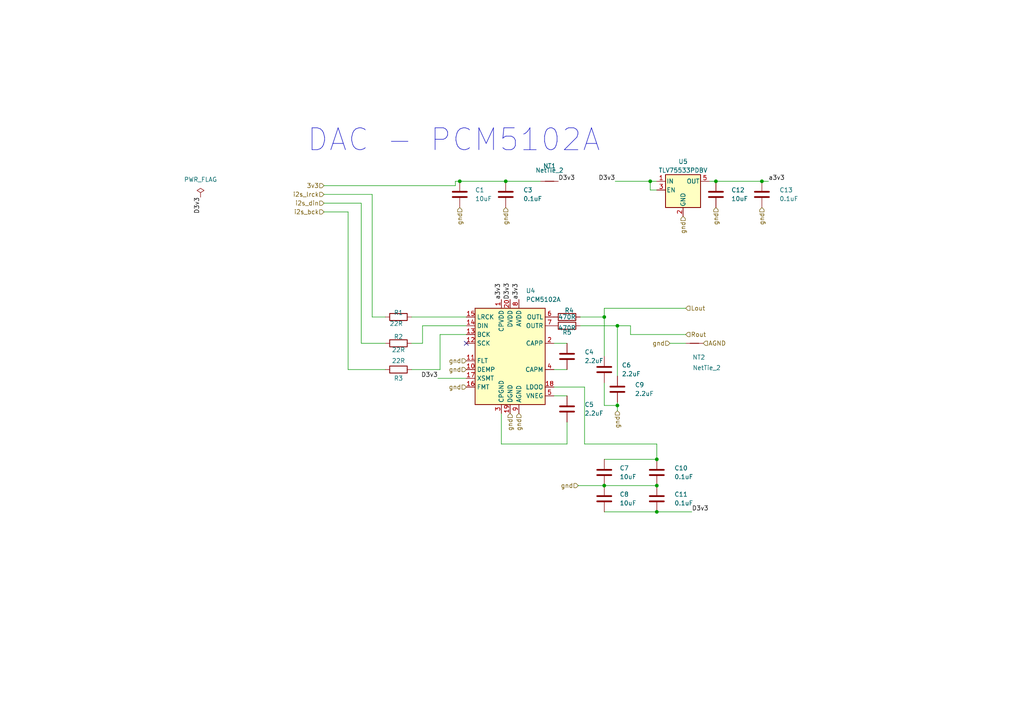
<source format=kicad_sch>
(kicad_sch (version 20211123) (generator eeschema)
  (paper "A4")
  (lib_symbols
    (symbol "Device:C" (pin_numbers hide) (pin_names (offset 0.254))
      (property "Reference" "C" (at 0.635 2.54 0))
      (property "Value" "C" (at 0.635 -2.54 0))
      (symbol "C_0_1"
        (polyline (pts (xy -2.032 -0.762) (xy 2.032 -0.762)) (stroke (width 0.508)))
        (polyline (pts (xy -2.032 0.762) (xy 2.032 0.762)) (stroke (width 0.508)))
      )
      (symbol "C_1_1"
        (pin passive line (at 0 3.81 270) (length 2.794) (name "~") (number "1"))
        (pin passive line (at 0 -3.81 90) (length 2.794) (name "~") (number "2"))
      )
    )
    (symbol "Device:NetTie_2" (pin_numbers hide) (pin_names (offset 0) hide)
      (property "Reference" "NT" (at 0 1.27 0))
      (property "Value" "NetTie_2" (at 0 -1.27 0))
      (symbol "NetTie_2_0_1"
        (polyline (pts (xy -1.27 0) (xy 1.27 0)) (stroke (width 0.254)))
      )
      (symbol "NetTie_2_1_1"
        (pin passive line (at -2.54 0 0) (length 2.54) (name "1") (number "1"))
        (pin passive line (at 2.54 0 180) (length 2.54) (name "2") (number "2"))
      )
    )
    (symbol "Device:R" (pin_numbers hide) (pin_names (offset 0))
      (property "Reference" "R" (at 2.032 0 90))
      (property "Value" "R" (at 0 0 90))
      (symbol "R_0_1"
        (rectangle (start -1.016 -2.54) (end 1.016 2.54) (stroke (width 0.254)))
      )
      (symbol "R_1_1"
        (pin passive line (at 0 3.81 270) (length 1.27) (name "~") (number "1"))
        (pin passive line (at 0 -3.81 90) (length 1.27) (name "~") (number "2"))
      )
    )
    (symbol "Regulator_Linear:TLV75533PDBV" (pin_names (offset 0.254))
      (property "Reference" "U" (at -3.81 5.715 0))
      (property "Value" "TLV75533PDBV" (at 0 5.715 0))
      (symbol "TLV75533PDBV_0_1"
        (rectangle (start -5.08 4.445) (end 5.08 -5.08) (stroke (width 0.254)) (fill (type background)))
      )
      (symbol "TLV75533PDBV_1_1"
        (pin power_in line (at -7.62 2.54 0) (length 2.54) (name "IN") (number "1"))
        (pin power_in line (at 0 -7.62 90) (length 2.54) (name "GND") (number "2"))
        (pin input line (at -7.62 0 0) (length 2.54) (name "EN") (number "3"))
        (pin no_connect line (at 5.08 0 180) (length 2.54) hide (name "NC") (number "4"))
        (pin power_out line (at 7.62 2.54 180) (length 2.54) (name "OUT") (number "5"))
      )
    )
    (symbol "clarinoid2:PCM5102"
      (property "Reference" "U" (at -10.16 13.97 0))
      (property "Value" "PCM5102" (at 3.81 13.97 0))
      (symbol "PCM5102_0_1"
        (rectangle (start -10.16 12.7) (end 10.16 -15.24) (stroke (width 0.254)) (fill (type background)))
      )
      (symbol "PCM5102_1_1"
        (pin passive line (at -2.54 15.24 270) (length 2.54) (name "CPVDD") (number "1"))
        (pin input line (at -12.7 -5.08 0) (length 2.54) (name "DEMP") (number "10"))
        (pin input line (at -12.7 -2.54 0) (length 2.54) (name "FLT") (number "11"))
        (pin input line (at -12.7 2.54 0) (length 2.54) (name "SCK") (number "12"))
        (pin input line (at -12.7 5.08 0) (length 2.54) (name "BCK") (number "13"))
        (pin input line (at -12.7 7.62 0) (length 2.54) (name "DIN") (number "14"))
        (pin input line (at -12.7 10.16 0) (length 2.54) (name "LRCK") (number "15"))
        (pin input line (at -12.7 -10.16 0) (length 2.54) (name "FMT") (number "16"))
        (pin input line (at -12.7 -7.62 0) (length 2.54) (name "XSMT") (number "17"))
        (pin passive line (at 12.7 -10.16 180) (length 2.54) (name "LDOO") (number "18"))
        (pin power_in line (at 0 -17.78 90) (length 2.54) (name "DGND") (number "19"))
        (pin passive line (at 12.7 2.54 180) (length 2.54) (name "CAPP") (number "2"))
        (pin power_in line (at 0 15.24 270) (length 2.54) (name "DVDD") (number "20"))
        (pin passive line (at -2.54 -17.78 90) (length 2.54) (name "CPGND") (number "3"))
        (pin passive line (at 12.7 -5.08 180) (length 2.54) (name "CAPM") (number "4"))
        (pin power_out line (at 12.7 -12.7 180) (length 2.54) (name "VNEG") (number "5"))
        (pin output line (at 12.7 10.16 180) (length 2.54) (name "OUTL") (number "6"))
        (pin output line (at 12.7 7.62 180) (length 2.54) (name "OUTR") (number "7"))
        (pin power_in line (at 2.54 15.24 270) (length 2.54) (name "AVDD") (number "8"))
        (pin power_in line (at 2.54 -17.78 90) (length 2.54) (name "AGND") (number "9"))
      )
    )
    (symbol "power:PWR_FLAG" (power) (pin_numbers hide) (pin_names (offset 0) hide)
      (property "Value" "PWR_FLAG" (at 0 3.81 0))
      (symbol "PWR_FLAG_0_0"
        (pin power_out line (at 0 0 90) (length 0) (name "pwr") (number "1"))
      )
      (symbol "PWR_FLAG_0_1"
        (polyline (pts (xy 0 0) (xy 0 1.27) (xy -1.016 1.905) (xy 0 2.54) (xy 1.016 1.905) (xy 0 1.27)))
      )
    )
  )
  (junction (at 146.685 52.578))
  (junction (at 175.26 140.843))
  (junction (at 133.35 52.578))
  (junction (at 188.595 52.578))
  (junction (at 220.98 52.578))
  (junction (at 190.5 133.223))
  (junction (at 179.07 117.602))
  (junction (at 179.07 94.488))
  (junction (at 175.26 91.948))
  (junction (at 190.5 148.463))
  (junction (at 207.645 52.578))
  (junction (at 190.5 140.843))
  (no_connect (at 135.255 99.568))
  (wire (pts (xy 220.98 52.578) (xy 207.645 52.578)))
  (wire (pts (xy 175.26 91.948) (xy 175.26 89.408)))
  (wire (pts (xy 160.655 107.188) (xy 164.465 107.188)))
  (wire (pts (xy 175.26 140.843) (xy 167.64 140.843)))
  (wire (pts (xy 127 109.728) (xy 135.255 109.728)))
  (wire (pts (xy 145.415 119.888) (xy 145.415 128.778)))
  (wire (pts (xy 179.07 94.488) (xy 182.88 94.488)))
  (wire (pts (xy 188.595 52.578) (xy 190.5 52.578)))
  (wire (pts (xy 168.275 91.948) (xy 175.26 91.948)))
  (wire (pts (xy 133.35 52.578) (xy 132.08 52.578)))
  (wire (pts (xy 175.26 110.998) (xy 175.26 117.602)))
  (wire (pts (xy 190.5 55.118) (xy 188.595 55.118)))
  (wire (pts (xy 179.07 94.488) (xy 179.07 109.093)))
  (wire (pts (xy 160.655 99.568) (xy 164.465 99.568)))
  (wire (pts (xy 100.965 107.188) (xy 111.76 107.188)))
  (wire (pts (xy 179.07 119.126) (xy 179.07 117.602)))
  (wire (pts (xy 169.545 112.268) (xy 169.545 128.778)))
  (wire (pts (xy 160.655 114.808) (xy 164.465 114.808)))
  (wire (pts (xy 175.26 117.602) (xy 179.07 117.602)))
  (wire (pts (xy 182.88 97.028) (xy 198.882 97.028)))
  (wire (pts (xy 127.635 97.028) (xy 127.635 107.188)))
  (wire (pts (xy 127.635 107.188) (xy 119.38 107.188)))
  (wire (pts (xy 100.965 61.468) (xy 100.965 107.188)))
  (wire (pts (xy 146.685 52.578) (xy 133.35 52.578)))
  (wire (pts (xy 179.07 117.602) (xy 179.07 116.713)))
  (wire (pts (xy 190.5 140.843) (xy 175.26 140.843)))
  (wire (pts (xy 175.26 89.408) (xy 198.882 89.408)))
  (wire (pts (xy 132.08 53.848) (xy 132.08 52.578)))
  (wire (pts (xy 122.555 99.568) (xy 122.555 94.488)))
  (wire (pts (xy 93.98 53.848) (xy 132.08 53.848)))
  (wire (pts (xy 169.545 128.778) (xy 190.5 128.778)))
  (wire (pts (xy 93.98 61.468) (xy 100.965 61.468)))
  (wire (pts (xy 104.775 99.568) (xy 111.76 99.568)))
  (wire (pts (xy 119.38 99.568) (xy 122.555 99.568)))
  (wire (pts (xy 160.655 112.268) (xy 169.545 112.268)))
  (wire (pts (xy 222.885 52.578) (xy 220.98 52.578)))
  (wire (pts (xy 194.31 99.568) (xy 198.882 99.568)))
  (wire (pts (xy 104.775 58.928) (xy 104.775 99.568)))
  (wire (pts (xy 145.415 128.778) (xy 164.465 128.778)))
  (wire (pts (xy 175.26 148.463) (xy 190.5 148.463)))
  (wire (pts (xy 175.26 91.948) (xy 175.26 103.378)))
  (wire (pts (xy 190.5 148.463) (xy 200.66 148.463)))
  (wire (pts (xy 122.555 94.488) (xy 135.255 94.488)))
  (wire (pts (xy 207.645 52.578) (xy 205.74 52.578)))
  (wire (pts (xy 156.845 52.578) (xy 146.685 52.578)))
  (wire (pts (xy 190.5 128.778) (xy 190.5 133.223)))
  (wire (pts (xy 188.595 55.118) (xy 188.595 52.578)))
  (wire (pts (xy 164.465 128.778) (xy 164.465 122.428)))
  (wire (pts (xy 93.98 58.928) (xy 104.775 58.928)))
  (wire (pts (xy 175.26 133.223) (xy 190.5 133.223)))
  (wire (pts (xy 182.88 94.488) (xy 182.88 97.028)))
  (wire (pts (xy 127.635 97.028) (xy 135.255 97.028)))
  (wire (pts (xy 107.95 91.948) (xy 111.76 91.948)))
  (wire (pts (xy 119.38 91.948) (xy 135.255 91.948)))
  (wire (pts (xy 93.98 56.388) (xy 107.95 56.388)))
  (wire (pts (xy 178.435 52.578) (xy 188.595 52.578)))
  (wire (pts (xy 107.95 56.388) (xy 107.95 91.948)))
  (wire (pts (xy 168.275 94.488) (xy 179.07 94.488)))
  (text "DAC - PCM5102A" (at 88.9 44.45 0) (effects (font (size 6.35 6.35)) (justify left bottom)))
  (label "D3v3" (at 58.166 57.15 270))
  (label "D3v3" (at 127 109.728 180))
  (label "D3v3" (at 161.925 52.578 0))
  (label "a3v3" (at 150.495 86.868 90))
  (label "D3v3" (at 200.66 148.463 0))
  (label "D3v3" (at 178.435 52.578 180))
  (label "a3v3" (at 145.415 86.868 90))
  (label "a3v3" (at 222.885 52.578 0))
  (label "D3v3" (at 147.955 86.868 90))
  (hierarchical_label "gnd" (shape input) (at 194.31 99.568 180))
  (hierarchical_label "Lout" (shape input) (at 198.882 89.408 0))
  (hierarchical_label "gnd" (shape input) (at 135.255 107.188 180))
  (hierarchical_label "gnd" (shape input) (at 135.255 104.648 180))
  (hierarchical_label "gnd" (shape input) (at 220.98 60.198 270))
  (hierarchical_label "gnd" (shape input) (at 167.7329 140.843 180))
  (hierarchical_label "AGND" (shape input) (at 203.962 99.568 0))
  (hierarchical_label "i2s_lrck" (shape input) (at 93.98 56.388 180))
  (hierarchical_label "gnd" (shape input) (at 207.645 60.198 270))
  (hierarchical_label "gnd" (shape input) (at 150.495 119.888 270))
  (hierarchical_label "gnd" (shape input) (at 198.12 62.738 270))
  (hierarchical_label "i2s_bck" (shape input) (at 93.98 61.468 180))
  (hierarchical_label "gnd" (shape input) (at 133.35 60.198 270))
  (hierarchical_label "gnd" (shape input) (at 179.07 119.126 270))
  (hierarchical_label "gnd" (shape input) (at 147.955 119.888 270))
  (hierarchical_label "3v3" (shape input) (at 93.98 53.848 180))
  (hierarchical_label "gnd" (shape input) (at 146.685 60.198 270))
  (hierarchical_label "gnd" (shape input) (at 135.255 112.268 180))
  (hierarchical_label "i2s_din" (shape input) (at 93.98 58.928 180))
  (hierarchical_label "Rout" (shape input) (at 198.882 97.028 0))
  (symbol (lib_id "Device:R") (at 164.465 94.488 90) (unit 1)
    (property "Reference" "R5" (at 164.465 96.393 90))
    (property "Value" "470R" (at 164.465 95.123 90))
    (property "Footprint" "Resistor_SMD:R_0402_1005Metric" (effects hide))
    (property "LCSC part number" "C25117" (effects hide))
    (property "verif" "1" (effects hide))
  )
  (symbol (lib_id "Device:NetTie_2") (at 201.422 99.568 180) (unit 1)
    (property "Reference" "NT2" (at 202.692 103.632 0))
    (property "Value" "NetTie_2" (at 204.978 106.68 0))
    (property "Footprint" "NetTie:NetTie-2_SMD_Pad0.5mm" (effects hide))
  )
  (symbol (lib_id "Device:C") (at 164.465 103.378 0) (unit 1)
    (property "Reference" "C4" (at 169.545 102.1079 0) (effects (justify left)))
    (property "Value" "2.2uF" (at 169.545 104.6479 0) (effects (justify left)))
    (property "Footprint" "Capacitor_SMD:C_0402_1005Metric" (effects hide))
    (property "LCSC part number" "C12530" (effects hide))
    (property "verif" "1" (effects hide))
  )
  (symbol (lib_id "Regulator_Linear:TLV75533PDBV") (at 198.12 55.118 0) (unit 1)
    (property "Reference" "U5" (at 198.12 46.863 0))
    (property "Value" "TLV75533PDBV" (at 198.12 49.403 0))
    (property "Footprint" "Package_TO_SOT_SMD:SOT-23-5" (effects hide))
    (property "Datasheet" "http://www.ti.com/lit/ds/symlink/tlv755p.pdf" (effects hide))
    (property "LCSC part number" "C404027" (effects hide))
    (property "verif" "1" (effects hide))
  )
  (symbol (lib_id "Device:C") (at 190.5 137.033 0) (unit 1)
    (property "Reference" "C10" (at 195.58 135.7629 0) (effects (justify left)))
    (property "Value" "0.1uF" (at 195.58 138.3029 0) (effects (justify left)))
    (property "Footprint" "Capacitor_SMD:C_0402_1005Metric" (effects hide))
    (property "LCSC part number" "C1525" (effects hide))
    (property "verif" "1" (effects hide))
  )
  (symbol (lib_id "clarinoid2:PCM5102") (at 147.955 102.108 0) (unit 1)
    (property "Reference" "U4" (at 152.5144 84.328 0) (effects (justify left)))
    (property "Value" "PCM5102A" (at 152.5144 86.868 0) (effects (justify left)))
    (property "Footprint" "Package_SO:TSSOP-20_4.4x6.5mm_P0.65mm" (effects hide))
    (property "Datasheet" "http://www.ti.com/lit/ds/symlink/pcm5102.pdf" (effects hide))
    (property "LCSC part number" "C107671" (effects hide))
    (property "verif" "1" (effects hide))
  )
  (symbol (lib_id "Device:R") (at 164.465 91.948 90) (unit 1)
    (property "Reference" "R4" (at 165.1 90.043 90))
    (property "Value" "470R" (at 164.465 91.948 90))
    (property "Footprint" "Resistor_SMD:R_0402_1005Metric" (effects hide))
    (property "LCSC part number" "C25117" (effects hide))
    (property "verif" "1" (effects hide))
  )
  (symbol (lib_id "Device:C") (at 179.07 112.903 0) (unit 1)
    (property "Reference" "C9" (at 184.15 111.6329 0) (effects (justify left)))
    (property "Value" "2.2uF" (at 184.15 114.1729 0) (effects (justify left)))
    (property "Footprint" "Capacitor_SMD:C_0402_1005Metric" (effects hide))
    (property "LCSC part number" "C12530" (effects hide))
    (property "verif" "1" (effects hide))
  )
  (symbol (lib_id "Device:R") (at 115.57 99.568 90) (unit 1)
    (property "Reference" "R2" (at 115.57 97.663 90))
    (property "Value" "22R" (at 115.57 101.473 90))
    (property "Footprint" "Resistor_SMD:R_0402_1005Metric" (effects hide))
    (property "LCSC part number" "C25092" (effects hide))
    (property "verif" "1" (effects hide))
  )
  (symbol (lib_id "Device:C") (at 175.26 144.653 0) (unit 1)
    (property "Reference" "C8" (at 179.705 143.3829 0) (effects (justify left)))
    (property "Value" "10uF" (at 179.705 145.9229 0) (effects (justify left)))
    (property "Footprint" "Capacitor_SMD:C_0402_1005Metric" (effects hide))
    (property "LCSC part number" "C15525" (effects hide))
    (property "verif" "1" (effects hide))
  )
  (symbol (lib_id "Device:C") (at 220.98 56.388 0) (unit 1)
    (property "Reference" "C13" (at 226.06 55.1179 0) (effects (justify left)))
    (property "Value" "0.1uF" (at 226.06 57.6579 0) (effects (justify left)))
    (property "Footprint" "Capacitor_SMD:C_0402_1005Metric" (effects hide))
    (property "LCSC part number" "C1525" (effects hide))
    (property "verif" "1" (effects hide))
  )
  (symbol (lib_id "Device:C") (at 164.465 118.618 0) (unit 1)
    (property "Reference" "C5" (at 169.545 117.3479 0) (effects (justify left)))
    (property "Value" "2.2uF" (at 169.545 119.8879 0) (effects (justify left)))
    (property "Footprint" "Capacitor_SMD:C_0402_1005Metric" (effects hide))
    (property "LCSC part number" "C12530" (effects hide))
    (property "verif" "1" (effects hide))
  )
  (symbol (lib_id "Device:C") (at 175.26 137.033 0) (unit 1)
    (property "Reference" "C7" (at 179.705 135.7629 0) (effects (justify left)))
    (property "Value" "10uF" (at 179.705 138.3029 0) (effects (justify left)))
    (property "Footprint" "Capacitor_SMD:C_0402_1005Metric" (effects hide))
    (property "LCSC part number" "C15525" (effects hide))
    (property "verif" "1" (effects hide))
  )
  (symbol (lib_id "Device:R") (at 115.57 91.948 90) (unit 1)
    (property "Reference" "R1" (at 115.57 90.678 90))
    (property "Value" "22R" (at 114.935 93.853 90))
    (property "Footprint" "Resistor_SMD:R_0402_1005Metric" (effects hide))
    (property "LCSC part number" "C25092" (effects hide))
    (property "verif" "1" (effects hide))
  )
  (symbol (lib_id "Device:C") (at 175.26 107.188 0) (unit 1)
    (property "Reference" "C6" (at 180.34 105.9179 0) (effects (justify left)))
    (property "Value" "2.2uF" (at 180.34 108.4579 0) (effects (justify left)))
    (property "Footprint" "Capacitor_SMD:C_0402_1005Metric" (effects hide))
    (property "LCSC part number" "C12530" (effects hide))
    (property "verif" "1" (effects hide))
  )
  (symbol (lib_id "Device:C") (at 207.645 56.388 0) (unit 1)
    (property "Reference" "C12" (at 212.09 55.1179 0) (effects (justify left)))
    (property "Value" "10uF" (at 212.09 57.6579 0) (effects (justify left)))
    (property "Footprint" "Capacitor_SMD:C_0402_1005Metric" (effects hide))
    (property "LCSC part number" "C15525" (effects hide))
    (property "verif" "1" (effects hide))
  )
  (symbol (lib_id "Device:C") (at 146.685 56.388 0) (unit 1)
    (property "Reference" "C3" (at 151.765 55.1179 0) (effects (justify left)))
    (property "Value" "0.1uF" (at 151.765 57.6579 0) (effects (justify left)))
    (property "Footprint" "Capacitor_SMD:C_0402_1005Metric" (effects hide))
    (property "LCSC part number" "C1525" (effects hide))
    (property "verif" "1" (effects hide))
  )
  (symbol (lib_id "Device:NetTie_2") (at 159.385 52.578 0) (unit 1) (in_bom no)
    (property "Reference" "NT1" (at 159.385 48.133 0))
    (property "Value" "NetTie_2" (at 159.385 49.403 0))
    (property "Footprint" "NetTie:NetTie-2_SMD_Pad0.5mm" (effects hide))
    (property "LCSC part number" "-" (effects hide))
    (property "verif" "1" (effects hide))
  )
  (symbol (lib_id "Device:C") (at 190.5 144.653 0) (unit 1)
    (property "Reference" "C11" (at 195.58 143.3829 0) (effects (justify left)))
    (property "Value" "0.1uF" (at 195.58 145.9229 0) (effects (justify left)))
    (property "Footprint" "Capacitor_SMD:C_0402_1005Metric" (effects hide))
    (property "LCSC part number" "C1525" (effects hide))
    (property "verif" "1" (effects hide))
  )
  (symbol (lib_id "Device:R") (at 115.57 107.188 90) (unit 1)
    (property "Reference" "R3" (at 115.57 109.728 90))
    (property "Value" "22R" (at 115.57 104.648 90))
    (property "Footprint" "Resistor_SMD:R_0402_1005Metric" (effects hide))
    (property "LCSC part number" "C25092" (effects hide))
    (property "verif" "1" (effects hide))
  )
  (symbol (lib_id "Device:C") (at 133.35 56.388 0) (unit 1)
    (property "Reference" "C1" (at 137.795 55.1179 0) (effects (justify left)))
    (property "Value" "10uF" (at 137.795 57.6579 0) (effects (justify left)))
    (property "Footprint" "Capacitor_SMD:C_0402_1005Metric" (effects hide))
    (property "LCSC part number" "C15525" (effects hide))
    (property "verif" "1" (effects hide))
  )
  (symbol (lib_id "power:PWR_FLAG") (at 58.166 57.15 0) (unit 1)
    (property "Reference" "#FLG06" (effects hide))
    (property "Value" "PWR_FLAG" (at 58.166 52.07 0))
  )
)
</source>
